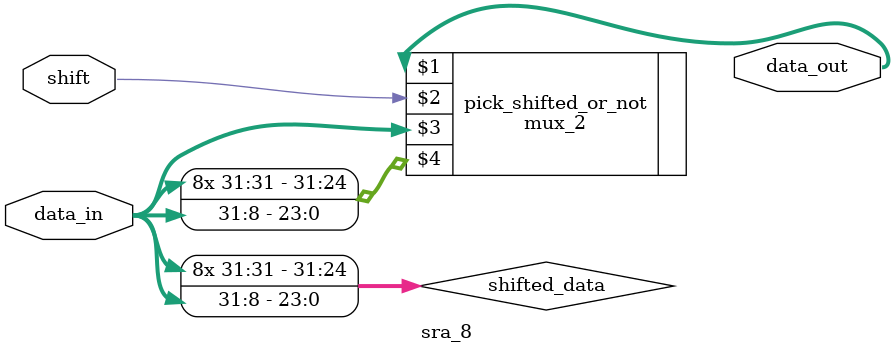
<source format=v>
module sra_8(data_out, data_in, shift);
    input [31:0] data_in;
    input shift;

    output [31:0] data_out;

    wire [31:0] shifted_data;

    assign shifted_data[31:24] = {data_in[31], data_in[31], data_in[31], data_in[31], data_in[31], data_in[31], data_in[31], data_in[31]};
    assign shifted_data[23:0] = data_in[31:8];

    mux_2 pick_shifted_or_not(data_out, shift, data_in, shifted_data);

endmodule
</source>
